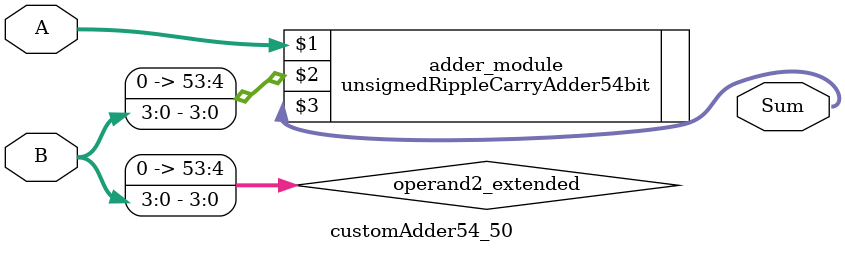
<source format=v>
module customAdder54_50(
                        input [53 : 0] A,
                        input [3 : 0] B,
                        
                        output [54 : 0] Sum
                );

        wire [53 : 0] operand2_extended;
        
        assign operand2_extended =  {50'b0, B};
        
        unsignedRippleCarryAdder54bit adder_module(
            A,
            operand2_extended,
            Sum
        );
        
        endmodule
        
</source>
